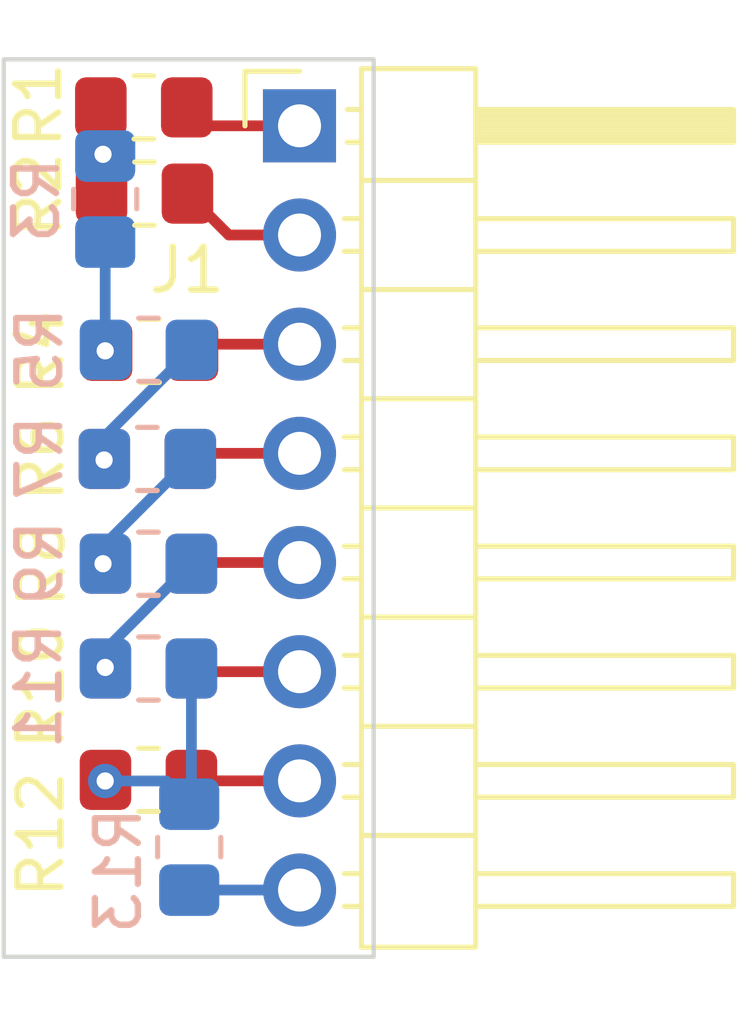
<source format=kicad_pcb>
(kicad_pcb (version 20221018) (generator pcbnew)
  (layers (0 "F.Cu" signal) (31 "B.Cu" signal) (34 "B.Paste" user) (35 "F.Paste" user) (36 "B.SilkS" user "B.Silkscreen") (37 "F.SilkS" user "F.Silkscreen") (38 "B.Mask" user) (39 "F.Mask" user) (44 "Edge.Cuts" user))
  (net 0 "")
  (net 1 "V")
  (net 2 "DAC0")
  (net 3 "DAC1")
  (net 4 "DAC2")
  (net 5 "DAC3")
  (net 6 "DAC4")
  (net 7 "DAC5")
  (net 8 "Analog")
  (net 9 "Net-(R1-Pad2)")
  (net 10 "Net-(R3-Pad2)")
  (net 11 "Net-(R5-Pad2)")
  (net 12 "Net-(R10-Pad1)")
  (net 13 "Net-(R11-Pad2)")
  (net 14 "Net-(R7-Pad2)")
  (footprint "Resistor_SMD:R_0805_2012Metric_Pad1.20x1.40mm_HandSolder" (layer "F.Cu") (at 144.0942 70.1294)
    (fp_text reference "R2" (at -2.4638 0.0254 90) (layer "F.SilkS"))
    (fp_text value "2K")
    (fp_line (start -0.227064 -0.735) (end 0.227064 -0.735) (stroke (width 0.12)) (layer "F.SilkS"))
    (fp_line (start -0.227064 0.735) (end 0.227064 0.735) (stroke (width 0.12)) (layer "F.SilkS"))
    (pad "1" smd roundrect (at -1 0) (size 1.2 1.4) (layers "F.Cu" "F.Paste" "F.Mask") (roundrect_rratio 0.208333) (net 9 "Net-(R1-Pad2)"))
    (pad "2" smd roundrect (at 1 0) (size 1.2 1.4) (layers "F.Cu" "F.Paste" "F.Mask") (roundrect_rratio 0.208333) (net 2 "DAC0"))
  )
  (footprint "Resistor_SMD:R_0805_2012Metric_Pad1.20x1.40mm_HandSolder" (layer "F.Cu") (at 144.1864 83.7692)
    (fp_text reference "R12" (at -2.5052 1.27 90) (layer "F.SilkS"))
    (fp_text value "2K")
    (fp_line (start -0.227064 -0.735) (end 0.227064 -0.735) (stroke (width 0.12)) (layer "F.SilkS"))
    (fp_line (start -0.227064 0.735) (end 0.227064 0.735) (stroke (width 0.12)) (layer "F.SilkS"))
    (pad "1" smd roundrect (at -1 0) (size 1.2 1.4) (layers "F.Cu" "F.Paste" "F.Mask") (roundrect_rratio 0.208333) (net 13 "Net-(R11-Pad2)"))
    (pad "2" smd roundrect (at 1 0) (size 1.2 1.4) (layers "F.Cu" "F.Paste" "F.Mask") (roundrect_rratio 0.208333) (net 7 "DAC5"))
  )
  (footprint "Resistor_SMD:R_0805_2012Metric_Pad1.20x1.40mm_HandSolder" (layer "F.Cu") (at 144.161 76.3016)
    (fp_text reference "R6" (at -2.4798 0 90) (layer "F.SilkS"))
    (fp_text value "2K")
    (fp_line (start -0.227064 -0.735) (end 0.227064 -0.735) (stroke (width 0.12)) (layer "F.SilkS"))
    (fp_line (start -0.227064 0.735) (end 0.227064 0.735) (stroke (width 0.12)) (layer "F.SilkS"))
    (pad "1" smd roundrect (at -1 0) (size 1.2 1.4) (layers "F.Cu" "F.Paste" "F.Mask") (roundrect_rratio 0.208333) (net 11 "Net-(R5-Pad2)"))
    (pad "2" smd roundrect (at 1 0) (size 1.2 1.4) (layers "F.Cu" "F.Paste" "F.Mask") (roundrect_rratio 0.208333) (net 4 "DAC2"))
  )
  (footprint "Resistor_SMD:R_0805_2012Metric_Pad1.20x1.40mm_HandSolder" (layer "F.Cu") (at 144.1864 81.1784)
    (fp_text reference "R10" (at -2.5052 0.4064 90) (layer "F.SilkS"))
    (fp_text value "2K")
    (fp_line (start -0.227064 -0.735) (end 0.227064 -0.735) (stroke (width 0.12)) (layer "F.SilkS"))
    (fp_line (start -0.227064 0.735) (end 0.227064 0.735) (stroke (width 0.12)) (layer "F.SilkS"))
    (pad "1" smd roundrect (at -1 0) (size 1.2 1.4) (layers "F.Cu" "F.Paste" "F.Mask") (roundrect_rratio 0.208333) (net 12 "Net-(R10-Pad1)"))
    (pad "2" smd roundrect (at 1 0) (size 1.2 1.4) (layers "F.Cu" "F.Paste" "F.Mask") (roundrect_rratio 0.208333) (net 6 "DAC4"))
  )
  (footprint "Resistor_SMD:R_0805_2012Metric_Pad1.20x1.40mm_HandSolder" (layer "F.Cu") (at 144.2118 73.787)
    (fp_text reference "R4" (at -2.5306 0.0508 90) (layer "F.SilkS"))
    (fp_text value "2K")
    (fp_line (start -0.227064 -0.735) (end 0.227064 -0.735) (stroke (width 0.12)) (layer "F.SilkS"))
    (fp_line (start -0.227064 0.735) (end 0.227064 0.735) (stroke (width 0.12)) (layer "F.SilkS"))
    (pad "1" smd roundrect (at -1 0) (size 1.2 1.4) (layers "F.Cu" "F.Paste" "F.Mask") (roundrect_rratio 0.208333) (net 10 "Net-(R3-Pad2)"))
    (pad "2" smd roundrect (at 1 0) (size 1.2 1.4) (layers "F.Cu" "F.Paste" "F.Mask") (roundrect_rratio 0.208333) (net 3 "DAC1"))
  )
  (footprint "Resistor_SMD:R_0805_2012Metric_Pad1.20x1.40mm_HandSolder" (layer "F.Cu") (at 144.1864 78.74)
    (fp_text reference "R8" (at -2.4798 0.0254 90) (layer "F.SilkS"))
    (fp_text value "2K")
    (fp_line (start -0.227064 -0.735) (end 0.227064 -0.735) (stroke (width 0.12)) (layer "F.SilkS"))
    (fp_line (start -0.227064 0.735) (end 0.227064 0.735) (stroke (width 0.12)) (layer "F.SilkS"))
    (pad "1" smd roundrect (at -1 0) (size 1.2 1.4) (layers "F.Cu" "F.Paste" "F.Mask") (roundrect_rratio 0.208333) (net 14 "Net-(R7-Pad2)"))
    (pad "2" smd roundrect (at 1 0) (size 1.2 1.4) (layers "F.Cu" "F.Paste" "F.Mask") (roundrect_rratio 0.208333) (net 5 "DAC3"))
  )
  (footprint "Resistor_SMD:R_0805_2012Metric_Pad1.20x1.40mm_HandSolder" (layer "F.Cu") (at 144.0782 68.1228 180)
    (fp_text reference "R1" (at 2.4478 0.0508 90) (layer "F.SilkS"))
    (fp_text value "2K")
    (fp_line (start -0.227064 -0.735) (end 0.227064 -0.735) (stroke (width 0.12)) (layer "F.SilkS"))
    (fp_line (start -0.227064 0.735) (end 0.227064 0.735) (stroke (width 0.12)) (layer "F.SilkS"))
    (pad "1" smd roundrect (at -1 0 180) (size 1.2 1.4) (layers "F.Cu" "F.Paste" "F.Mask") (roundrect_rratio 0.208333) (net 1 "V"))
    (pad "2" smd roundrect (at 1 0 180) (size 1.2 1.4) (layers "F.Cu" "F.Paste" "F.Mask") (roundrect_rratio 0.208333) (net 9 "Net-(R1-Pad2)"))
  )
  (footprint "Connector_PinHeader_2.54mm:PinHeader_1x08_P2.54mm_Horizontal" (layer "F.Cu") (at 147.703 68.552)
    (fp_text reference "J1" (at -2.6182 3.3554) (layer "F.SilkS"))
    (fp_text value "Conn_01x08")
    (fp_line (start -1.27 -1.27) (end 0 -1.27) (stroke (width 0.12)) (layer "F.SilkS"))
    (fp_line (start -1.27 0) (end -1.27 -1.27) (stroke (width 0.12)) (layer "F.SilkS"))
    (fp_line (start 1.042929 2.16) (end 1.44 2.16) (stroke (width 0.12)) (layer "F.SilkS"))
    (fp_line (start 1.042929 2.92) (end 1.44 2.92) (stroke (width 0.12)) (layer "F.SilkS"))
    (fp_line (start 1.042929 4.7) (end 1.44 4.7) (stroke (width 0.12)) (layer "F.SilkS"))
    (fp_line (start 1.042929 5.46) (end 1.44 5.46) (stroke (width 0.12)) (layer "F.SilkS"))
    (fp_line (start 1.042929 7.24) (end 1.44 7.24) (stroke (width 0.12)) (layer "F.SilkS"))
    (fp_line (start 1.042929 8) (end 1.44 8) (stroke (width 0.12)) (layer "F.SilkS"))
    (fp_line (start 1.042929 9.78) (end 1.44 9.78) (stroke (width 0.12)) (layer "F.SilkS"))
    (fp_line (start 1.042929 10.54) (end 1.44 10.54) (stroke (width 0.12)) (layer "F.SilkS"))
    (fp_line (start 1.042929 12.32) (end 1.44 12.32) (stroke (width 0.12)) (layer "F.SilkS"))
    (fp_line (start 1.042929 13.08) (end 1.44 13.08) (stroke (width 0.12)) (layer "F.SilkS"))
    (fp_line (start 1.042929 14.86) (end 1.44 14.86) (stroke (width 0.12)) (layer "F.SilkS"))
    (fp_line (start 1.042929 15.62) (end 1.44 15.62) (stroke (width 0.12)) (layer "F.SilkS"))
    (fp_line (start 1.042929 17.4) (end 1.44 17.4) (stroke (width 0.12)) (layer "F.SilkS"))
    (fp_line (start 1.042929 18.16) (end 1.44 18.16) (stroke (width 0.12)) (layer "F.SilkS"))
    (fp_line (start 1.11 -0.38) (end 1.44 -0.38) (stroke (width 0.12)) (layer "F.SilkS"))
    (fp_line (start 1.11 0.38) (end 1.44 0.38) (stroke (width 0.12)) (layer "F.SilkS"))
    (fp_line (start 1.44 -1.33) (end 1.44 19.11) (stroke (width 0.12)) (layer "F.SilkS"))
    (fp_line (start 1.44 1.27) (end 4.1 1.27) (stroke (width 0.12)) (layer "F.SilkS"))
    (fp_line (start 1.44 3.81) (end 4.1 3.81) (stroke (width 0.12)) (layer "F.SilkS"))
    (fp_line (start 1.44 6.35) (end 4.1 6.35) (stroke (width 0.12)) (layer "F.SilkS"))
    (fp_line (start 1.44 8.89) (end 4.1 8.89) (stroke (width 0.12)) (layer "F.SilkS"))
    (fp_line (start 1.44 11.43) (end 4.1 11.43) (stroke (width 0.12)) (layer "F.SilkS"))
    (fp_line (start 1.44 13.97) (end 4.1 13.97) (stroke (width 0.12)) (layer "F.SilkS"))
    (fp_line (start 1.44 16.51) (end 4.1 16.51) (stroke (width 0.12)) (layer "F.SilkS"))
    (fp_line (start 1.44 19.11) (end 4.1 19.11) (stroke (width 0.12)) (layer "F.SilkS"))
    (fp_line (start 4.1 -1.33) (end 1.44 -1.33) (stroke (width 0.12)) (layer "F.SilkS"))
    (fp_line (start 4.1 -0.38) (end 10.1 -0.38) (stroke (width 0.12)) (layer "F.SilkS"))
    (fp_line (start 4.1 -0.32) (end 10.1 -0.32) (stroke (width 0.12)) (layer "F.SilkS"))
    (fp_line (start 4.1 -0.2) (end 10.1 -0.2) (stroke (width 0.12)) (layer "F.SilkS"))
    (fp_line (start 4.1 -0.08) (end 10.1 -0.08) (stroke (width 0.12)) (layer "F.SilkS"))
    (fp_line (start 4.1 0.04) (end 10.1 0.04) (stroke (width 0.12)) (layer "F.SilkS"))
    (fp_line (start 4.1 0.16) (end 10.1 0.16) (stroke (width 0.12)) (layer "F.SilkS"))
    (fp_line (start 4.1 0.28) (end 10.1 0.28) (stroke (width 0.12)) (layer "F.SilkS"))
    (fp_line (start 4.1 2.16) (end 10.1 2.16) (stroke (width 0.12)) (layer "F.SilkS"))
    (fp_line (start 4.1 4.7) (end 10.1 4.7) (stroke (width 0.12)) (layer "F.SilkS"))
    (fp_line (start 4.1 7.24) (end 10.1 7.24) (stroke (width 0.12)) (layer "F.SilkS"))
    (fp_line (start 4.1 9.78) (end 10.1 9.78) (stroke (width 0.12)) (layer "F.SilkS"))
    (fp_line (start 4.1 12.32) (end 10.1 12.32) (stroke (width 0.12)) (layer "F.SilkS"))
    (fp_line (start 4.1 14.86) (end 10.1 14.86) (stroke (width 0.12)) (layer "F.SilkS"))
    (fp_line (start 4.1 17.4) (end 10.1 17.4) (stroke (width 0.12)) (layer "F.SilkS"))
    (fp_line (start 4.1 19.11) (end 4.1 -1.33) (stroke (width 0.12)) (layer "F.SilkS"))
    (fp_line (start 10.1 -0.38) (end 10.1 0.38) (stroke (width 0.12)) (layer "F.SilkS"))
    (fp_line (start 10.1 0.38) (end 4.1 0.38) (stroke (width 0.12)) (layer "F.SilkS"))
    (fp_line (start 10.1 2.16) (end 10.1 2.92) (stroke (width 0.12)) (layer "F.SilkS"))
    (fp_line (start 10.1 2.92) (end 4.1 2.92) (stroke (width 0.12)) (layer "F.SilkS"))
    (fp_line (start 10.1 4.7) (end 10.1 5.46) (stroke (width 0.12)) (layer "F.SilkS"))
    (fp_line (start 10.1 5.46) (end 4.1 5.46) (stroke (width 0.12)) (layer "F.SilkS"))
    (fp_line (start 10.1 7.24) (end 10.1 8) (stroke (width 0.12)) (layer "F.SilkS"))
    (fp_line (start 10.1 8) (end 4.1 8) (stroke (width 0.12)) (layer "F.SilkS"))
    (fp_line (start 10.1 9.78) (end 10.1 10.54) (stroke (width 0.12)) (layer "F.SilkS"))
    (fp_line (start 10.1 10.54) (end 4.1 10.54) (stroke (width 0.12)) (layer "F.SilkS"))
    (fp_line (start 10.1 12.32) (end 10.1 13.08) (stroke (width 0.12)) (layer "F.SilkS"))
    (fp_line (start 10.1 13.08) (end 4.1 13.08) (stroke (width 0.12)) (layer "F.SilkS"))
    (fp_line (start 10.1 14.86) (end 10.1 15.62) (stroke (width 0.12)) (layer "F.SilkS"))
    (fp_line (start 10.1 15.62) (end 4.1 15.62) (stroke (width 0.12)) (layer "F.SilkS"))
    (fp_line (start 10.1 17.4) (end 10.1 18.16) (stroke (width 0.12)) (layer "F.SilkS"))
    (fp_line (start 10.1 18.16) (end 4.1 18.16) (stroke (width 0.12)) (layer "F.SilkS"))
    (pad "1" thru_hole rect (at 0 0) (size 1.7 1.7) (drill 1) (layers "*.Cu" "*.Mask") (net 1 "V"))
    (pad "2" thru_hole oval (at 0 2.54) (size 1.7 1.7) (drill 1) (layers "*.Cu" "*.Mask") (net 2 "DAC0"))
    (pad "3" thru_hole oval (at 0 5.08) (size 1.7 1.7) (drill 1) (layers "*.Cu" "*.Mask") (net 3 "DAC1"))
    (pad "4" thru_hole oval (at 0 7.62) (size 1.7 1.7) (drill 1) (layers "*.Cu" "*.Mask") (net 4 "DAC2"))
    (pad "5" thru_hole oval (at 0 10.16) (size 1.7 1.7) (drill 1) (layers "*.Cu" "*.Mask") (net 5 "DAC3"))
    (pad "6" thru_hole oval (at 0 12.7) (size 1.7 1.7) (drill 1) (layers "*.Cu" "*.Mask") (net 6 "DAC4"))
    (pad "7" thru_hole oval (at 0 15.24) (size 1.7 1.7) (drill 1) (layers "*.Cu" "*.Mask") (net 7 "DAC5"))
    (pad "8" thru_hole oval (at 0 17.78) (size 1.7 1.7) (drill 1) (layers "*.Cu" "*.Mask") (net 8 "Analog"))
  )
  (footprint "Resistor_SMD:R_0805_2012Metric_Pad1.20x1.40mm_HandSolder" (layer "B.Cu") (at 144.161 76.3016)
    (fp_text reference "R7" (at -2.5052 -0.0254 90) (layer "B.SilkS") (effects (justify mirror)))
    (fp_text value "1K")
    (fp_line (start -0.227064 -0.735) (end 0.227064 -0.735) (stroke (width 0.12)) (layer "B.SilkS"))
    (fp_line (start -0.227064 0.735) (end 0.227064 0.735) (stroke (width 0.12)) (layer "B.SilkS"))
    (pad "1" smd roundrect (at -1 0) (size 1.2 1.4) (layers "B.Cu" "B.Paste" "B.Mask") (roundrect_rratio 0.208333) (net 11 "Net-(R5-Pad2)"))
    (pad "2" smd roundrect (at 1 0) (size 1.2 1.4) (layers "B.Cu" "B.Paste" "B.Mask") (roundrect_rratio 0.208333) (net 14 "Net-(R7-Pad2)"))
  )
  (footprint "Resistor_SMD:R_0805_2012Metric_Pad1.20x1.40mm_HandSolder" (layer "B.Cu") (at 145.1356 85.3346 -90)
    (fp_text reference "R13" (at 0.5428 1.651 90) (layer "B.SilkS") (effects (justify mirror)))
    (fp_text value "1K")
    (fp_line (start -0.227064 -0.735) (end 0.227064 -0.735) (stroke (width 0.12)) (layer "B.SilkS"))
    (fp_line (start -0.227064 0.735) (end 0.227064 0.735) (stroke (width 0.12)) (layer "B.SilkS"))
    (pad "1" smd roundrect (at -1 0 270) (size 1.2 1.4) (layers "B.Cu" "B.Paste" "B.Mask") (roundrect_rratio 0.208333) (net 13 "Net-(R11-Pad2)"))
    (pad "2" smd roundrect (at 1 0 270) (size 1.2 1.4) (layers "B.Cu" "B.Paste" "B.Mask") (roundrect_rratio 0.208333) (net 8 "Analog"))
  )
  (footprint "Resistor_SMD:R_0805_2012Metric_Pad1.20x1.40mm_HandSolder" (layer "B.Cu") (at 143.1798 70.2564 -90)
    (fp_text reference "R3" (at 0.0254 1.6002 90) (layer "B.SilkS") (effects (justify mirror)))
    (fp_text value "1K")
    (fp_line (start -0.227064 -0.735) (end 0.227064 -0.735) (stroke (width 0.12)) (layer "B.SilkS"))
    (fp_line (start -0.227064 0.735) (end 0.227064 0.735) (stroke (width 0.12)) (layer "B.SilkS"))
    (pad "1" smd roundrect (at -1 0 270) (size 1.2 1.4) (layers "B.Cu" "B.Paste" "B.Mask") (roundrect_rratio 0.208333) (net 9 "Net-(R1-Pad2)"))
    (pad "2" smd roundrect (at 1 0 270) (size 1.2 1.4) (layers "B.Cu" "B.Paste" "B.Mask") (roundrect_rratio 0.208333) (net 10 "Net-(R3-Pad2)"))
  )
  (footprint "Resistor_SMD:R_0805_2012Metric_Pad1.20x1.40mm_HandSolder" (layer "B.Cu") (at 144.1864 73.7616)
    (fp_text reference "R5" (at -2.5306 0 90) (layer "B.SilkS") (effects (justify mirror)))
    (fp_text value "1K")
    (fp_line (start -0.227064 -0.735) (end 0.227064 -0.735) (stroke (width 0.12)) (layer "B.SilkS"))
    (fp_line (start -0.227064 0.735) (end 0.227064 0.735) (stroke (width 0.12)) (layer "B.SilkS"))
    (pad "1" smd roundrect (at -1 0) (size 1.2 1.4) (layers "B.Cu" "B.Paste" "B.Mask") (roundrect_rratio 0.208333) (net 10 "Net-(R3-Pad2)"))
    (pad "2" smd roundrect (at 1 0) (size 1.2 1.4) (layers "B.Cu" "B.Paste" "B.Mask") (roundrect_rratio 0.208333) (net 11 "Net-(R5-Pad2)"))
  )
  (footprint "Resistor_SMD:R_0805_2012Metric_Pad1.20x1.40mm_HandSolder" (layer "B.Cu") (at 144.1864 81.1784)
    (fp_text reference "R11" (at -2.556 0.4064 90) (layer "B.SilkS") (effects (justify mirror)))
    (fp_text value "1K")
    (fp_line (start -0.227064 -0.735) (end 0.227064 -0.735) (stroke (width 0.12)) (layer "B.SilkS"))
    (fp_line (start -0.227064 0.735) (end 0.227064 0.735) (stroke (width 0.12)) (layer "B.SilkS"))
    (pad "1" smd roundrect (at -1 0) (size 1.2 1.4) (layers "B.Cu" "B.Paste" "B.Mask") (roundrect_rratio 0.208333) (net 12 "Net-(R10-Pad1)"))
    (pad "2" smd roundrect (at 1 0) (size 1.2 1.4) (layers "B.Cu" "B.Paste" "B.Mask") (roundrect_rratio 0.208333) (net 13 "Net-(R11-Pad2)"))
  )
  (footprint "Resistor_SMD:R_0805_2012Metric_Pad1.20x1.40mm_HandSolder" (layer "B.Cu") (at 144.1864 78.74)
    (fp_text reference "R9" (at -2.5306 -0.0254 90) (layer "B.SilkS") (effects (justify mirror)))
    (fp_text value "1K")
    (fp_line (start -0.227064 -0.735) (end 0.227064 -0.735) (stroke (width 0.12)) (layer "B.SilkS"))
    (fp_line (start -0.227064 0.735) (end 0.227064 0.735) (stroke (width 0.12)) (layer "B.SilkS"))
    (pad "1" smd roundrect (at -1 0) (size 1.2 1.4) (layers "B.Cu" "B.Paste" "B.Mask") (roundrect_rratio 0.208333) (net 14 "Net-(R7-Pad2)"))
    (pad "2" smd roundrect (at 1 0) (size 1.2 1.4) (layers "B.Cu" "B.Paste" "B.Mask") (roundrect_rratio 0.208333) (net 12 "Net-(R10-Pad1)"))
  )
  (gr_rect (start 140.8176 67.0052) (end 149.4282 87.884) (stroke (width 0.1)) (fill none) (layer "Edge.Cuts"))
  (segment (start 147.703 68.552) (end 145.5074 68.552) (width 0.25) (layer "F.Cu") (net 1))
  (segment (start 145.5074 68.552) (end 145.0782 68.1228) (width 0.25) (layer "F.Cu") (net 1))
  (segment (start 147.703 71.092) (end 146.0568 71.092) (width 0.25) (layer "F.Cu") (net 2))
  (segment (start 146.0568 71.092) (end 145.0942 70.1294) (width 0.25) (layer "F.Cu") (net 2))
  (segment (start 147.703 73.632) (end 145.3668 73.632) (width 0.25) (layer "F.Cu") (net 3))
  (segment (start 145.3668 73.632) (end 145.2118 73.787) (width 0.25) (layer "F.Cu") (net 3))
  (segment (start 145.2906 76.172) (end 145.161 76.3016) (width 0.25) (layer "F.Cu") (net 4))
  (segment (start 147.703 76.172) (end 145.2906 76.172) (width 0.25) (layer "F.Cu") (net 4))
  (segment (start 147.703 78.712) (end 145.2144 78.712) (width 0.25) (layer "F.Cu") (net 5))
  (segment (start 145.2144 78.712) (end 145.1864 78.74) (width 0.25) (layer "F.Cu") (net 5))
  (segment (start 147.703 81.252) (end 145.26 81.252) (width 0.25) (layer "F.Cu") (net 6))
  (segment (start 145.26 81.252) (end 145.1864 81.1784) (width 0.25) (layer "F.Cu") (net 6))
  (segment (start 147.703 83.792) (end 145.2092 83.792) (width 0.25) (layer "F.Cu") (net 7))
  (segment (start 145.2092 83.792) (end 145.1864 83.7692) (width 0.25) (layer "F.Cu") (net 7))
  (segment (start 145.1356 86.3346) (end 145.1382 86.332) (width 0.25) (layer "B.Cu") (net 8))
  (segment (start 145.1382 86.332) (end 147.703 86.332) (width 0.25) (layer "B.Cu") (net 8))
  (segment (start 143.0782 68.1228) (end 143.0782 69.1642) (width 0.25) (layer "F.Cu") (net 9))
  (segment (start 143.0782 69.1642) (end 143.129 69.215) (width 0.25) (layer "F.Cu") (net 9))
  (segment (start 143.0942 70.1294) (end 143.0942 69.2498) (width 0.25) (layer "F.Cu") (net 9))
  (segment (start 143.0942 69.2498) (end 143.129 69.215) (width 0.25) (layer "F.Cu") (net 9))
  (via (at 143.129 69.215) (size 0.8) (drill 0.4) (layers "F.Cu" "B.Cu") (net 9))
  (via (at 143.1798 73.787) (size 0.8) (drill 0.4) (layers "F.Cu" "B.Cu") (net 10))
  (segment (start 143.1798 71.2564) (end 143.1798 73.755) (width 0.25) (layer "B.Cu") (net 10))
  (via (at 143.1544 76.327) (size 0.8) (drill 0.4) (layers "F.Cu" "B.Cu") (net 11))
  (segment (start 143.161 75.787) (end 143.1544 76.327) (width 0.25) (layer "B.Cu") (net 11))
  (segment (start 143.1544 76.327) (end 143.161 76.3016) (width 0.25) (layer "B.Cu") (net 11))
  (segment (start 145.1864 73.7616) (end 143.161 75.787) (width 0.25) (layer "B.Cu") (net 11))
  (via (at 143.1798 81.153) (size 0.8) (drill 0.4) (layers "F.Cu" "B.Cu") (net 12))
  (segment (start 143.1864 81.1596) (end 143.1864 81.1784) (width 0.25) (layer "B.Cu") (net 12))
  (segment (start 143.1798 81.153) (end 143.1864 81.1596) (width 0.25) (layer "B.Cu") (net 12))
  (segment (start 143.1864 80.74) (end 143.1864 81.1464) (width 0.25) (layer "B.Cu") (net 12))
  (segment (start 143.1864 81.1464) (end 143.1798 81.153) (width 0.25) (layer "B.Cu") (net 12))
  (segment (start 145.1864 78.74) (end 143.1864 80.74) (width 0.25) (layer "B.Cu") (net 12))
  (via (at 143.1798 83.7946) (size 0.8) (drill 0.4) (layers "F.Cu" "B.Cu") (net 13))
  (segment (start 144.5956 83.7946) (end 145.1356 84.3346) (width 0.25) (layer "B.Cu") (net 13))
  (segment (start 143.1798 83.7946) (end 144.5956 83.7946) (width 0.25) (layer "B.Cu") (net 13))
  (segment (start 145.1864 81.1784) (end 145.1864 84.2838) (width 0.25) (layer "B.Cu") (net 13))
  (segment (start 145.1864 84.2838) (end 145.1356 84.3346) (width 0.25) (layer "B.Cu") (net 13))
  (via (at 143.129 78.74) (size 0.8) (drill 0.4) (layers "F.Cu" "B.Cu") (net 14))
  (segment (start 143.1864 78.2762) (end 143.129 78.74) (width 0.25) (layer "B.Cu") (net 14))
  (segment (start 145.161 76.3016) (end 143.1864 78.2762) (width 0.25) (layer "B.Cu") (net 14))
  (segment (start 143.129 78.74) (end 143.1864 78.74) (width 0.25) (layer "B.Cu") (net 14))
)
</source>
